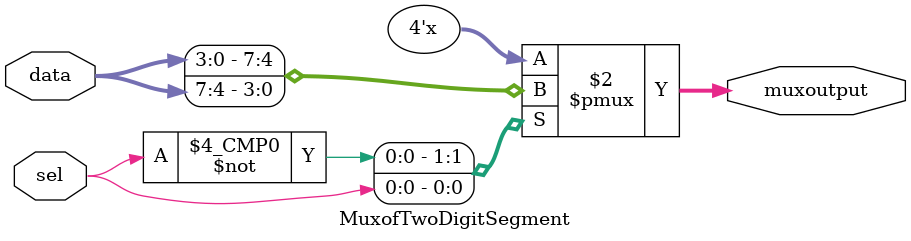
<source format=v>
`timescale 1ns / 1ps

module MuxofTwoDigitSegment(

    input [7:0] data,
    input sel,
    output reg [3:0] muxoutput
    );

always @(data, sel) begin
    case (sel)
    1'b0:   muxoutput <= data[3:0];
    1'b1:   muxoutput <= data[7:4];
    endcase
    
end 
      
    
endmodule

</source>
